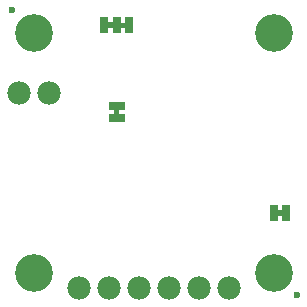
<source format=gbs>
%TF.GenerationSoftware,KiCad,Pcbnew,9.0.0*%
%TF.CreationDate,2025-04-11T12:54:07-06:00*%
%TF.ProjectId,SparkFun_AS7343_Qwiic,53706172-6b46-4756-9e5f-415337333433,v01*%
%TF.SameCoordinates,Original*%
%TF.FileFunction,Soldermask,Bot*%
%TF.FilePolarity,Negative*%
%FSLAX46Y46*%
G04 Gerber Fmt 4.6, Leading zero omitted, Abs format (unit mm)*
G04 Created by KiCad (PCBNEW 9.0.0) date 2025-04-11 12:54:07*
%MOMM*%
%LPD*%
G01*
G04 APERTURE LIST*
G04 Aperture macros list*
%AMRoundRect*
0 Rectangle with rounded corners*
0 $1 Rounding radius*
0 $2 $3 $4 $5 $6 $7 $8 $9 X,Y pos of 4 corners*
0 Add a 4 corners polygon primitive as box body*
4,1,4,$2,$3,$4,$5,$6,$7,$8,$9,$2,$3,0*
0 Add four circle primitives for the rounded corners*
1,1,$1+$1,$2,$3*
1,1,$1+$1,$4,$5*
1,1,$1+$1,$6,$7*
1,1,$1+$1,$8,$9*
0 Add four rect primitives between the rounded corners*
20,1,$1+$1,$2,$3,$4,$5,0*
20,1,$1+$1,$4,$5,$6,$7,0*
20,1,$1+$1,$6,$7,$8,$9,0*
20,1,$1+$1,$8,$9,$2,$3,0*%
G04 Aperture macros list end*
%ADD10C,0.000000*%
%ADD11C,1.979600*%
%ADD12C,3.200000*%
%ADD13RoundRect,0.050000X0.330200X0.635000X-0.330200X0.635000X-0.330200X-0.635000X0.330200X-0.635000X0*%
%ADD14RoundRect,0.050000X-0.330200X-0.635000X0.330200X-0.635000X0.330200X0.635000X-0.330200X0.635000X0*%
%ADD15C,0.600000*%
%ADD16RoundRect,0.050000X0.635000X-0.330200X0.635000X0.330200X-0.635000X0.330200X-0.635000X-0.330200X0*%
G04 APERTURE END LIST*
D10*
%TO.C,JP2*%
G36*
X9267000Y23277500D02*
G01*
X8759000Y23277500D01*
X8759000Y23758500D01*
X9267000Y23758500D01*
X9267000Y23277500D01*
G37*
G36*
X10299700Y23254500D02*
G01*
X9791700Y23254500D01*
X9791700Y23735500D01*
X10299700Y23735500D01*
X10299700Y23254500D01*
G37*
%TO.C,JP1*%
G36*
X23622000Y7379500D02*
G01*
X23114000Y7379500D01*
X23114000Y7860500D01*
X23622000Y7860500D01*
X23622000Y7379500D01*
G37*
%TO.C,JP3*%
G36*
X9765500Y15938500D02*
G01*
X9284500Y15938500D01*
X9284500Y16446500D01*
X9765500Y16446500D01*
X9765500Y15938500D01*
G37*
%TD*%
D11*
%TO.C,J3*%
X6350000Y1270000D03*
X8890000Y1270000D03*
X11430000Y1270000D03*
X13970000Y1270000D03*
X16510000Y1270000D03*
X19050000Y1270000D03*
%TD*%
D12*
%TO.C,ST3*%
X22860000Y2540000D03*
%TD*%
D11*
%TO.C,D3*%
X3810000Y17780000D03*
X1270000Y17780000D03*
%TD*%
D12*
%TO.C,ST2*%
X22860000Y22860000D03*
%TD*%
%TO.C,ST1*%
X2540000Y22860000D03*
%TD*%
%TO.C,ST4*%
X2540000Y2540000D03*
%TD*%
D13*
%TO.C,JP2*%
X10566400Y23495000D03*
X9525000Y23495000D03*
D14*
X8483600Y23495000D03*
%TD*%
D13*
%TO.C,JP1*%
X23888700Y7620000D03*
X22847300Y7620000D03*
%TD*%
D15*
%TO.C,FID2*%
X635000Y24765000D03*
%TD*%
%TO.C,FID1*%
X24765000Y635000D03*
%TD*%
D16*
%TO.C,JP3*%
X9525000Y15671800D03*
X9525000Y16713200D03*
%TD*%
M02*

</source>
